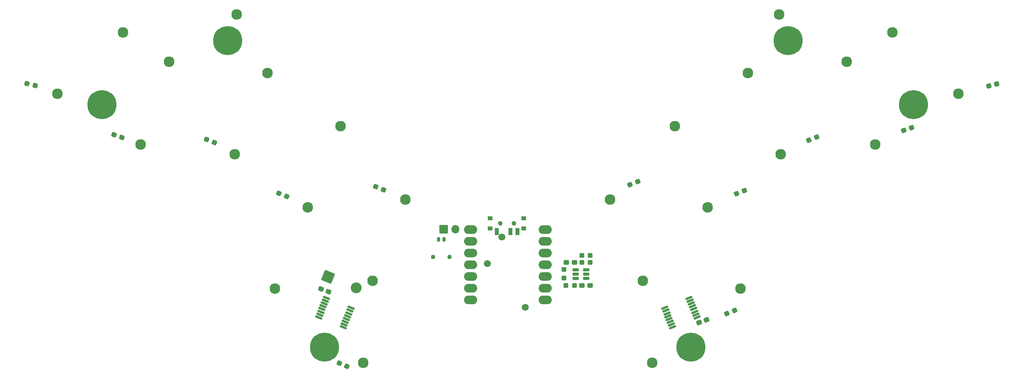
<source format=gbr>
%TF.GenerationSoftware,KiCad,Pcbnew,8.0.6-1.fc41*%
%TF.CreationDate,2024-11-30T15:40:15+11:00*%
%TF.ProjectId,katori,6b61746f-7269-42e6-9b69-6361645f7063,0.1*%
%TF.SameCoordinates,Original*%
%TF.FileFunction,Soldermask,Bot*%
%TF.FilePolarity,Negative*%
%FSLAX46Y46*%
G04 Gerber Fmt 4.6, Leading zero omitted, Abs format (unit mm)*
G04 Created by KiCad (PCBNEW 8.0.6-1.fc41) date 2024-11-30 15:40:15*
%MOMM*%
%LPD*%
G01*
G04 APERTURE LIST*
G04 Aperture macros list*
%AMRoundRect*
0 Rectangle with rounded corners*
0 $1 Rounding radius*
0 $2 $3 $4 $5 $6 $7 $8 $9 X,Y pos of 4 corners*
0 Add a 4 corners polygon primitive as box body*
4,1,4,$2,$3,$4,$5,$6,$7,$8,$9,$2,$3,0*
0 Add four circle primitives for the rounded corners*
1,1,$1+$1,$2,$3*
1,1,$1+$1,$4,$5*
1,1,$1+$1,$6,$7*
1,1,$1+$1,$8,$9*
0 Add four rect primitives between the rounded corners*
20,1,$1+$1,$2,$3,$4,$5,0*
20,1,$1+$1,$4,$5,$6,$7,0*
20,1,$1+$1,$6,$7,$8,$9,0*
20,1,$1+$1,$8,$9,$2,$3,0*%
G04 Aperture macros list end*
%ADD10C,2.300000*%
%ADD11O,2.850000X1.900000*%
%ADD12C,1.497000*%
%ADD13RoundRect,0.050000X0.621649X-1.464514X1.464514X0.621649X-0.621649X1.464514X-1.464514X-0.621649X0*%
%ADD14C,2.350000*%
%ADD15RoundRect,0.050000X0.850000X-0.850000X0.850000X0.850000X-0.850000X0.850000X-0.850000X-0.850000X0*%
%ADD16O,1.800000X1.800000*%
%ADD17C,4.350000*%
%ADD18C,6.300000*%
%ADD19RoundRect,0.125000X0.661085X-0.132279X-0.567433X0.364075X-0.661085X0.132279X0.567433X-0.364075X0*%
%ADD20RoundRect,0.262500X-0.156641X-0.346403X0.353310X-0.140369X0.156641X0.346403X-0.353310X0.140369X0*%
%ADD21RoundRect,0.262500X-0.399669X-0.121639X0.203001X-0.365133X0.399669X0.121639X-0.203001X0.365133X0*%
%ADD22RoundRect,0.262500X0.275000X0.262500X-0.275000X0.262500X-0.275000X-0.262500X0.275000X-0.262500X0*%
%ADD23RoundRect,0.175000X0.175000X0.300000X-0.175000X0.300000X-0.175000X-0.300000X0.175000X-0.300000X0*%
%ADD24RoundRect,0.200000X0.200000X0.250000X-0.200000X0.250000X-0.200000X-0.250000X0.200000X-0.250000X0*%
%ADD25RoundRect,0.262500X-0.262500X0.275000X-0.262500X-0.275000X0.262500X-0.275000X0.262500X0.275000X0*%
%ADD26RoundRect,0.262500X-0.353310X-0.140369X0.156641X-0.346403X0.353310X0.140369X-0.156641X0.346403X0*%
%ADD27RoundRect,0.262500X-0.330336X-0.188174X0.203327X-0.321231X0.330336X0.188174X-0.203327X0.321231X0*%
%ADD28RoundRect,0.262500X-0.325000X-0.262500X0.325000X-0.262500X0.325000X0.262500X-0.325000X0.262500X0*%
%ADD29RoundRect,0.125000X-0.567433X-0.364075X0.661085X0.132279X0.567433X0.364075X-0.661085X-0.132279X0*%
%ADD30RoundRect,0.050000X-0.500000X-0.400000X0.500000X-0.400000X0.500000X0.400000X-0.500000X0.400000X0*%
%ADD31C,1.000000*%
%ADD32RoundRect,0.050000X-0.350000X-0.750000X0.350000X-0.750000X0.350000X0.750000X-0.350000X0.750000X0*%
%ADD33RoundRect,0.175000X0.537500X0.175000X-0.537500X0.175000X-0.537500X-0.175000X0.537500X-0.175000X0*%
%ADD34RoundRect,0.262500X0.156641X0.346403X-0.353310X0.140369X-0.156641X-0.346403X0.353310X-0.140369X0*%
%ADD35RoundRect,0.262500X-0.345479X-0.158667X0.174556X-0.337730X0.345479X0.158667X-0.174556X0.337730X0*%
%ADD36RoundRect,0.262500X-0.203327X-0.321231X0.330336X-0.188174X0.203327X0.321231X-0.330336X0.188174X0*%
%ADD37RoundRect,0.262500X-0.174556X-0.337730X0.345479X-0.158667X0.174556X0.337730X-0.345479X0.158667X0*%
%ADD38RoundRect,0.262500X0.203001X0.365133X-0.399669X0.121639X-0.203001X-0.365133X0.399669X-0.121639X0*%
G04 APERTURE END LIST*
D10*
%TO.C,PH6*%
X123101910Y-86270442D03*
%TD*%
%TO.C,PH19*%
X238970400Y-90313162D03*
%TD*%
%TO.C,PH22*%
X242704820Y-66019140D03*
%TD*%
%TO.C,PH9*%
X137159645Y-102196208D03*
%TD*%
%TO.C,PH1*%
X61647085Y-79236948D03*
%TD*%
D11*
%TO.C,U1*%
X151230091Y-108757957D03*
X151230084Y-111297962D03*
X151230089Y-113837951D03*
X151230082Y-116377957D03*
X151230087Y-118917972D03*
X151230089Y-121457955D03*
X151230090Y-123997960D03*
X167420093Y-123997961D03*
X167420100Y-121457956D03*
X167420095Y-118917967D03*
X167420102Y-116377961D03*
X167420097Y-113837946D03*
X167420095Y-111297963D03*
X167420094Y-108757958D03*
D12*
X158048600Y-110352456D03*
X154880093Y-116060954D03*
X163135096Y-125585951D03*
%TD*%
D10*
%TO.C,PH18*%
X232784605Y-72348316D03*
%TD*%
%TO.C,PH7*%
X115984398Y-103886929D03*
%TD*%
%TO.C,PH3*%
X79679744Y-90313152D03*
%TD*%
%TO.C,PH24*%
X218135928Y-62056778D03*
%TD*%
%TO.C,PH2*%
X85865543Y-72348297D03*
%TD*%
%TO.C,PH28*%
X190665846Y-137585994D03*
%TD*%
%TO.C,PH16*%
X211385348Y-74748778D03*
%TD*%
%TO.C,PH11*%
X181490491Y-102196188D03*
%TD*%
%TO.C,PH21*%
X75945322Y-66019145D03*
%TD*%
D13*
%TO.C,RESET1*%
X120401542Y-118951403D03*
D14*
X126428237Y-121386346D03*
%TD*%
D10*
%TO.C,PH13*%
X195548236Y-86270448D03*
%TD*%
%TO.C,PH27*%
X127984275Y-137586022D03*
%TD*%
%TO.C,PH10*%
X130042146Y-119812700D03*
%TD*%
%TO.C,PH20*%
X257003066Y-79236951D03*
%TD*%
%TO.C,PH23*%
X100514220Y-62056753D03*
%TD*%
%TO.C,PH14*%
X202665744Y-103886935D03*
%TD*%
%TO.C,PH12*%
X188608003Y-119812686D03*
%TD*%
%TO.C,PH8*%
X108866873Y-121503410D03*
%TD*%
%TO.C,PH4*%
X107264809Y-74748772D03*
%TD*%
%TO.C,PH17*%
X218502855Y-92365300D03*
%TD*%
D15*
%TO.C,J2*%
X145406651Y-108668870D03*
D16*
X147946661Y-108668871D03*
%TD*%
D10*
%TO.C,PH5*%
X100147280Y-92365282D03*
%TD*%
%TO.C,PH15*%
X209783246Y-121503429D03*
%TD*%
D17*
%TO.C,H6*%
X199010500Y-134214536D03*
D18*
X199010500Y-134214536D03*
%TD*%
D19*
%TO.C,U2*%
X125325927Y-125699660D03*
X125082433Y-126302330D03*
X124838940Y-126904992D03*
X124595463Y-127507661D03*
X124351951Y-128110330D03*
X124108455Y-128712997D03*
X123864971Y-129315669D03*
X123621474Y-129918331D03*
X118313353Y-127773706D03*
X118556847Y-127171036D03*
X118800340Y-126568374D03*
X119043817Y-125965705D03*
X119287329Y-125363036D03*
X119530825Y-124760369D03*
X119774309Y-124157697D03*
X120017806Y-123555035D03*
%TD*%
D20*
%TO.C,R13*%
X224577720Y-89355354D03*
X226269832Y-88671720D03*
%TD*%
D21*
%TO.C,C1*%
X118826396Y-121573810D03*
X120425792Y-122220010D03*
%TD*%
D17*
%TO.C,H2*%
X220089335Y-67729886D03*
D18*
X220089335Y-67729886D03*
%TD*%
D22*
%TO.C,R8*%
X173789055Y-120821102D03*
X171964045Y-120821076D03*
%TD*%
D20*
%TO.C,R12*%
X206827756Y-126941482D03*
X208519860Y-126257850D03*
%TD*%
D17*
%TO.C,H1*%
X98560809Y-67729873D03*
D18*
X98560809Y-67729873D03*
%TD*%
D20*
%TO.C,R14*%
X208901104Y-100973939D03*
X210593216Y-100290305D03*
%TD*%
D23*
%TO.C,J1*%
X145508000Y-110873000D03*
X144307992Y-110872999D03*
D24*
X146658001Y-114647995D03*
X143157997Y-114648004D03*
%TD*%
D25*
%TO.C,R16*%
X171539062Y-117408622D03*
X171539052Y-119233612D03*
%TD*%
D26*
%TO.C,R4*%
X130732724Y-99383845D03*
X132424824Y-100067475D03*
%TD*%
D27*
%TO.C,R6*%
X55120499Y-77068493D03*
X56891287Y-77510007D03*
%TD*%
D28*
%TO.C,C2*%
X172039067Y-115821105D03*
X173764065Y-115821103D03*
%TD*%
D29*
%TO.C,U4*%
X195028666Y-129918335D03*
X194785177Y-129315669D03*
X194541683Y-128712996D03*
X194298196Y-128110320D03*
X194054704Y-127507656D03*
X193811201Y-126904987D03*
X193567704Y-126302322D03*
X193324222Y-125699652D03*
X198632338Y-123555025D03*
X198875827Y-124157691D03*
X199119321Y-124760364D03*
X199362808Y-125363040D03*
X199606300Y-125965704D03*
X199849803Y-126568373D03*
X200093300Y-127171038D03*
X200336782Y-127773708D03*
%TD*%
D22*
%TO.C,R9*%
X177201557Y-114321118D03*
X175376547Y-114321092D03*
%TD*%
D30*
%TO.C,SW31*%
X155507605Y-108503449D03*
X155507606Y-106293443D03*
D31*
X157657603Y-107393439D03*
X160657601Y-107393441D03*
D30*
X162807597Y-106293438D03*
X162807598Y-108503435D03*
D32*
X156907590Y-109153445D03*
X159907608Y-109153441D03*
X161407606Y-109153441D03*
%TD*%
D26*
%TO.C,R2*%
X94066019Y-89136456D03*
X95758137Y-89820086D03*
%TD*%
%TO.C,R3*%
X109688212Y-100821654D03*
X111380312Y-101505284D03*
%TD*%
D33*
%TO.C,U3*%
X176289059Y-117421106D03*
X176289062Y-118371124D03*
X176289060Y-119321108D03*
X174014071Y-119321116D03*
X174014068Y-118371098D03*
X174014070Y-117421114D03*
%TD*%
D17*
%TO.C,H3*%
X71350042Y-81656173D03*
D18*
X71350042Y-81656173D03*
%TD*%
D22*
%TO.C,R7*%
X177201558Y-115821129D03*
X175376548Y-115821103D03*
%TD*%
D34*
%TO.C,R15*%
X187486952Y-98342938D03*
X185794842Y-99026580D03*
%TD*%
D35*
%TO.C,R1*%
X73960450Y-88182852D03*
X75686040Y-88776996D03*
%TD*%
D36*
%TO.C,R11*%
X263577924Y-77613646D03*
X265348706Y-77172144D03*
%TD*%
D37*
%TO.C,R10*%
X245119584Y-87205966D03*
X246845146Y-86611820D03*
%TD*%
D26*
%TO.C,R5*%
X122774767Y-137665429D03*
X124466885Y-138349059D03*
%TD*%
D17*
%TO.C,H4*%
X247300112Y-81656169D03*
D18*
X247300112Y-81656169D03*
%TD*%
D28*
%TO.C,C3*%
X175426537Y-120821104D03*
X177151535Y-120821102D03*
%TD*%
D17*
%TO.C,H5*%
X119639628Y-134214560D03*
D18*
X119639628Y-134214560D03*
%TD*%
D38*
%TO.C,C4*%
X202385056Y-128254284D03*
X200785646Y-128900490D03*
%TD*%
M02*

</source>
